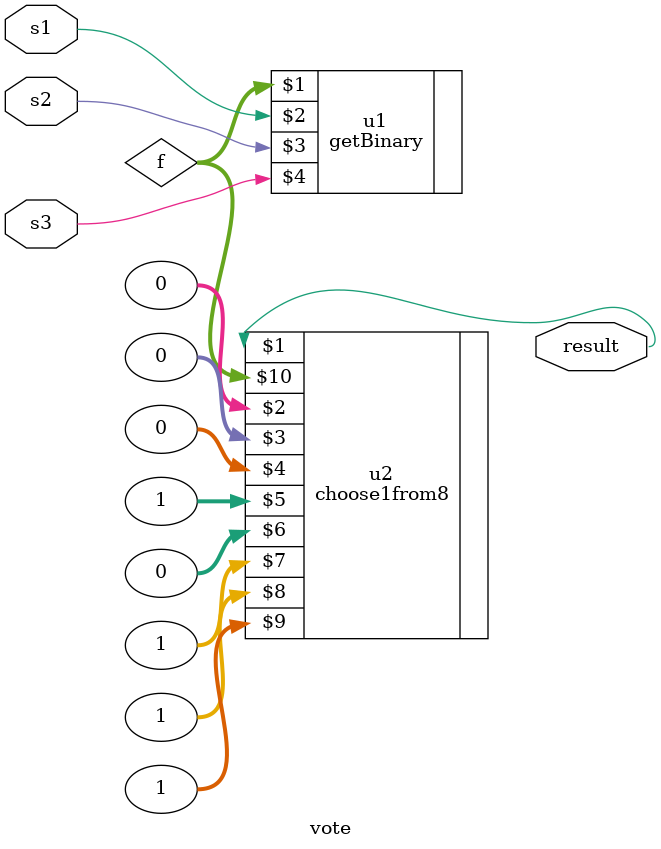
<source format=v>
`timescale 1ns / 1ps


module vote(
    output result,
    input s1,
    input s2,
    input s3
    );
    wire [2:0]f;
    getBinary u1(f,s1,s2,s3);
    choose1from8 u2(result,0,0,0,1,0,1,1,1,f);
endmodule

</source>
